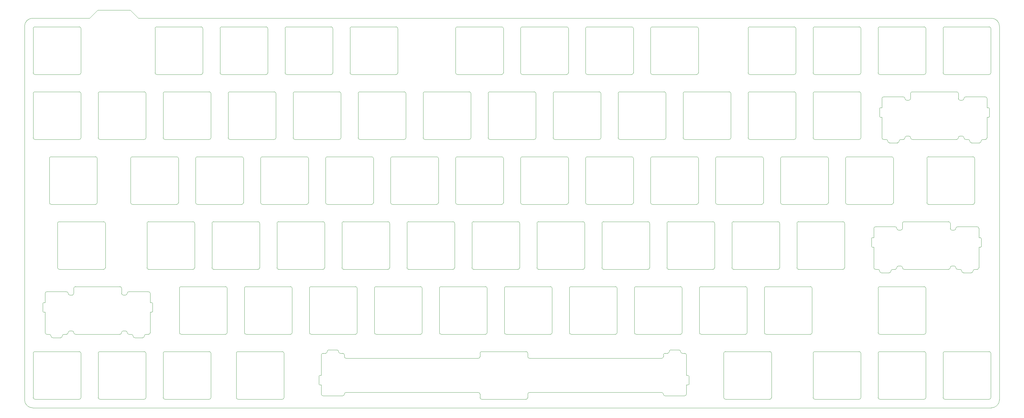
<source format=gm1>
G04 #@! TF.GenerationSoftware,KiCad,Pcbnew,(6.0.5-0)*
G04 #@! TF.CreationDate,2022-08-17T23:37:01+09:00*
G04 #@! TF.ProjectId,top-plate,746f702d-706c-4617-9465-2e6b69636164,rev?*
G04 #@! TF.SameCoordinates,Original*
G04 #@! TF.FileFunction,Profile,NP*
%FSLAX46Y46*%
G04 Gerber Fmt 4.6, Leading zero omitted, Abs format (unit mm)*
G04 Created by KiCad (PCBNEW (6.0.5-0)) date 2022-08-17 23:37:01*
%MOMM*%
%LPD*%
G01*
G04 APERTURE LIST*
G04 #@! TA.AperFunction,Profile*
%ADD10C,0.100000*%
G04 #@! TD*
G04 APERTURE END LIST*
D10*
X40481250Y-19050000D02*
X38100000Y-21431250D01*
X302418750Y-135731250D02*
X21431250Y-135731250D01*
X50006250Y-19050000D02*
X52387500Y-21431250D01*
X40481250Y-19050000D02*
X50006250Y-19050000D01*
X304800050Y-23812500D02*
G75*
G03*
X302418750Y-21431250I-2381350J-100D01*
G01*
X19050000Y-133350000D02*
X19050000Y-23812500D01*
X52387500Y-21431250D02*
X302418750Y-21431250D01*
X21431250Y-21431250D02*
X38100000Y-21431250D01*
X21431250Y-21431250D02*
G75*
G03*
X19050000Y-23812500I0J-2381250D01*
G01*
X19050000Y-133350000D02*
G75*
G03*
X21431250Y-135731250I2381250J0D01*
G01*
X304800000Y-23812500D02*
X304800000Y-133350000D01*
X302418750Y-135731200D02*
G75*
G03*
X304800000Y-133350000I-50J2381300D01*
G01*
X283225000Y-119706250D02*
X283225000Y-132706250D01*
X269225000Y-119706250D02*
X269225000Y-132697174D01*
X269725000Y-133197174D02*
X282725000Y-133206250D01*
X269725000Y-119206250D02*
X282725000Y-119206250D01*
X269725000Y-119206250D02*
G75*
G03*
X269225000Y-119706250I1J-500001D01*
G01*
X269225000Y-132697174D02*
G75*
G03*
X269725000Y-133197174I500001J1D01*
G01*
X282725000Y-133206250D02*
G75*
G03*
X283225000Y-132706250I0J500000D01*
G01*
X283225000Y-119706250D02*
G75*
G03*
X282725000Y-119206250I-500000J0D01*
G01*
X224481250Y-119206250D02*
X237481250Y-119206250D01*
X223981250Y-119706250D02*
X223981250Y-132697174D01*
X237981250Y-119706250D02*
X237981250Y-132706250D01*
X224481250Y-133197174D02*
X237481250Y-133206250D01*
X224481250Y-119206250D02*
G75*
G03*
X223981250Y-119706250I1J-500001D01*
G01*
X237981250Y-119706250D02*
G75*
G03*
X237481250Y-119206250I-500000J0D01*
G01*
X223981250Y-132697174D02*
G75*
G03*
X224481250Y-133197174I500001J1D01*
G01*
X237481250Y-133206250D02*
G75*
G03*
X237981250Y-132706250I0J500000D01*
G01*
X97487500Y-100656250D02*
X97487500Y-113656250D01*
X83487500Y-100656250D02*
X83487500Y-113647174D01*
X83987500Y-100156250D02*
X96987500Y-100156250D01*
X83987500Y-114147174D02*
X96987500Y-114156250D01*
X83487500Y-113647174D02*
G75*
G03*
X83987500Y-114147174I500001J1D01*
G01*
X83987500Y-100156250D02*
G75*
G03*
X83487500Y-100656250I1J-500001D01*
G01*
X96987500Y-114156250D02*
G75*
G03*
X97487500Y-113656250I0J500000D01*
G01*
X97487500Y-100656250D02*
G75*
G03*
X96987500Y-100156250I-500000J0D01*
G01*
X93512500Y-81106250D02*
X106512500Y-81106250D01*
X93512500Y-95097174D02*
X106512500Y-95106250D01*
X107012500Y-81606250D02*
X107012500Y-94606250D01*
X93012500Y-81606250D02*
X93012500Y-94597174D01*
X106512500Y-95106250D02*
G75*
G03*
X107012500Y-94606250I0J500000D01*
G01*
X93512500Y-81106250D02*
G75*
G03*
X93012500Y-81606250I1J-500001D01*
G01*
X93012500Y-94597174D02*
G75*
G03*
X93512500Y-95097174I500001J1D01*
G01*
X107012500Y-81606250D02*
G75*
G03*
X106512500Y-81106250I-500000J0D01*
G01*
X173975000Y-43506250D02*
X173975000Y-56497174D01*
X174475000Y-56997174D02*
X187475000Y-57006250D01*
X187975000Y-43506250D02*
X187975000Y-56506250D01*
X174475000Y-43006250D02*
X187475000Y-43006250D01*
X187475000Y-57006250D02*
G75*
G03*
X187975000Y-56506250I0J500000D01*
G01*
X173975000Y-56497174D02*
G75*
G03*
X174475000Y-56997174I500001J1D01*
G01*
X174475000Y-43006250D02*
G75*
G03*
X173975000Y-43506250I1J-500001D01*
G01*
X187975000Y-43506250D02*
G75*
G03*
X187475000Y-43006250I-500000J0D01*
G01*
X231125000Y-43506250D02*
X231125000Y-56497174D01*
X231625000Y-56997174D02*
X244625000Y-57006250D01*
X231625000Y-43006250D02*
X244625000Y-43006250D01*
X245125000Y-43506250D02*
X245125000Y-56506250D01*
X245125000Y-43506250D02*
G75*
G03*
X244625000Y-43006250I-500000J0D01*
G01*
X244625000Y-57006250D02*
G75*
G03*
X245125000Y-56506250I0J500000D01*
G01*
X231625000Y-43006250D02*
G75*
G03*
X231125000Y-43506250I1J-500001D01*
G01*
X231125000Y-56497174D02*
G75*
G03*
X231625000Y-56997174I500001J1D01*
G01*
X288775000Y-37947174D02*
X301775000Y-37956250D01*
X288775000Y-23956250D02*
X301775000Y-23956250D01*
X288275000Y-24456250D02*
X288275000Y-37447174D01*
X302275000Y-24456250D02*
X302275000Y-37456250D01*
X288275000Y-37447174D02*
G75*
G03*
X288775000Y-37947174I500001J1D01*
G01*
X301775000Y-37956250D02*
G75*
G03*
X302275000Y-37456250I0J500000D01*
G01*
X288775000Y-23956250D02*
G75*
G03*
X288275000Y-24456250I1J-500001D01*
G01*
X302275000Y-24456250D02*
G75*
G03*
X301775000Y-23956250I-500000J0D01*
G01*
X288775000Y-133197174D02*
X301775000Y-133206250D01*
X288275000Y-119706250D02*
X288275000Y-132697174D01*
X302275000Y-119706250D02*
X302275000Y-132706250D01*
X288775000Y-119206250D02*
X301775000Y-119206250D01*
X301775000Y-133206250D02*
G75*
G03*
X302275000Y-132706250I0J500000D01*
G01*
X288275000Y-132697174D02*
G75*
G03*
X288775000Y-133197174I500001J1D01*
G01*
X288775000Y-119206250D02*
G75*
G03*
X288275000Y-119706250I1J-500001D01*
G01*
X302275000Y-119706250D02*
G75*
G03*
X301775000Y-119206250I-500000J0D01*
G01*
X98275000Y-56997174D02*
X111275000Y-57006250D01*
X98275000Y-43006250D02*
X111275000Y-43006250D01*
X97775000Y-43506250D02*
X97775000Y-56497174D01*
X111775000Y-43506250D02*
X111775000Y-56506250D01*
X98275000Y-43006250D02*
G75*
G03*
X97775000Y-43506250I1J-500001D01*
G01*
X111775000Y-43506250D02*
G75*
G03*
X111275000Y-43006250I-500000J0D01*
G01*
X111275000Y-57006250D02*
G75*
G03*
X111775000Y-56506250I0J500000D01*
G01*
X97775000Y-56497174D02*
G75*
G03*
X98275000Y-56997174I500001J1D01*
G01*
X128443750Y-24456250D02*
X128443750Y-37456250D01*
X114943750Y-37947174D02*
X127943750Y-37956250D01*
X114443750Y-24456250D02*
X114443750Y-37447174D01*
X114943750Y-23956250D02*
X127943750Y-23956250D01*
X128443750Y-24456250D02*
G75*
G03*
X127943750Y-23956250I-500000J0D01*
G01*
X114443750Y-37447174D02*
G75*
G03*
X114943750Y-37947174I500001J1D01*
G01*
X114943750Y-23956250D02*
G75*
G03*
X114443750Y-24456250I1J-500001D01*
G01*
X127943750Y-37956250D02*
G75*
G03*
X128443750Y-37456250I0J500000D01*
G01*
X102250000Y-62556250D02*
X102250000Y-75556250D01*
X88750000Y-62056250D02*
X101750000Y-62056250D01*
X88750000Y-76047174D02*
X101750000Y-76056250D01*
X88250000Y-62556250D02*
X88250000Y-75547174D01*
X102250000Y-62556250D02*
G75*
G03*
X101750000Y-62056250I-500000J0D01*
G01*
X88750000Y-62056250D02*
G75*
G03*
X88250000Y-62556250I1J-500001D01*
G01*
X101750000Y-76056250D02*
G75*
G03*
X102250000Y-75556250I0J500000D01*
G01*
X88250000Y-75547174D02*
G75*
G03*
X88750000Y-76047174I500001J1D01*
G01*
X230837500Y-100656250D02*
X230837500Y-113656250D01*
X217337500Y-100156250D02*
X230337500Y-100156250D01*
X217337500Y-114147174D02*
X230337500Y-114156250D01*
X216837500Y-100656250D02*
X216837500Y-113647174D01*
X230837500Y-100656250D02*
G75*
G03*
X230337500Y-100156250I-500000J0D01*
G01*
X217337500Y-100156250D02*
G75*
G03*
X216837500Y-100656250I1J-500001D01*
G01*
X216837500Y-113647174D02*
G75*
G03*
X217337500Y-114147174I500001J1D01*
G01*
X230337500Y-114156250D02*
G75*
G03*
X230837500Y-113656250I0J500000D01*
G01*
X71293750Y-24456250D02*
X71293750Y-37456250D01*
X57793750Y-37947174D02*
X70793750Y-37956250D01*
X57293750Y-24456250D02*
X57293750Y-37447174D01*
X57793750Y-23956250D02*
X70793750Y-23956250D01*
X70793750Y-37956250D02*
G75*
G03*
X71293750Y-37456250I0J500000D01*
G01*
X57793750Y-23956250D02*
G75*
G03*
X57293750Y-24456250I1J-500001D01*
G01*
X57293750Y-37447174D02*
G75*
G03*
X57793750Y-37947174I500001J1D01*
G01*
X71293750Y-24456250D02*
G75*
G03*
X70793750Y-23956250I-500000J0D01*
G01*
X168925000Y-43506250D02*
X168925000Y-56506250D01*
X155425000Y-56997174D02*
X168425000Y-57006250D01*
X155425000Y-43006250D02*
X168425000Y-43006250D01*
X154925000Y-43506250D02*
X154925000Y-56497174D01*
X168925000Y-43506250D02*
G75*
G03*
X168425000Y-43006250I-500000J0D01*
G01*
X155425000Y-43006250D02*
G75*
G03*
X154925000Y-43506250I1J-500001D01*
G01*
X154925000Y-56497174D02*
G75*
G03*
X155425000Y-56997174I500001J1D01*
G01*
X168425000Y-57006250D02*
G75*
G03*
X168925000Y-56506250I0J500000D01*
G01*
X154637500Y-100656250D02*
X154637500Y-113656250D01*
X141137500Y-100156250D02*
X154137500Y-100156250D01*
X140637500Y-100656250D02*
X140637500Y-113647174D01*
X141137500Y-114147174D02*
X154137500Y-114156250D01*
X141137500Y-100156250D02*
G75*
G03*
X140637500Y-100656250I1J-500001D01*
G01*
X154137500Y-114156250D02*
G75*
G03*
X154637500Y-113656250I0J500000D01*
G01*
X154637500Y-100656250D02*
G75*
G03*
X154137500Y-100156250I-500000J0D01*
G01*
X140637500Y-113647174D02*
G75*
G03*
X141137500Y-114147174I500001J1D01*
G01*
X226862500Y-81106250D02*
X239862500Y-81106250D01*
X226362500Y-81606250D02*
X226362500Y-94597174D01*
X226862500Y-95097174D02*
X239862500Y-95106250D01*
X240362500Y-81606250D02*
X240362500Y-94606250D01*
X226362500Y-94597174D02*
G75*
G03*
X226862500Y-95097174I500001J1D01*
G01*
X226862500Y-81106250D02*
G75*
G03*
X226362500Y-81606250I1J-500001D01*
G01*
X239862500Y-95106250D02*
G75*
G03*
X240362500Y-94606250I0J500000D01*
G01*
X240362500Y-81606250D02*
G75*
G03*
X239862500Y-81106250I-500000J0D01*
G01*
X264175000Y-119706250D02*
X264175000Y-132706250D01*
X250175000Y-119706250D02*
X250175000Y-132697174D01*
X250675000Y-133197174D02*
X263675000Y-133206250D01*
X250675000Y-119206250D02*
X263675000Y-119206250D01*
X264175000Y-119706250D02*
G75*
G03*
X263675000Y-119206250I-500000J0D01*
G01*
X250175000Y-132697174D02*
G75*
G03*
X250675000Y-133197174I500001J1D01*
G01*
X250675000Y-119206250D02*
G75*
G03*
X250175000Y-119706250I1J-500001D01*
G01*
X263675000Y-133206250D02*
G75*
G03*
X264175000Y-132706250I0J500000D01*
G01*
X183212500Y-81606250D02*
X183212500Y-94606250D01*
X169712500Y-95097174D02*
X182712500Y-95106250D01*
X169712500Y-81106250D02*
X182712500Y-81106250D01*
X169212500Y-81606250D02*
X169212500Y-94597174D01*
X169212500Y-94597174D02*
G75*
G03*
X169712500Y-95097174I500001J1D01*
G01*
X169712500Y-81106250D02*
G75*
G03*
X169212500Y-81606250I1J-500001D01*
G01*
X182712500Y-95106250D02*
G75*
G03*
X183212500Y-94606250I0J500000D01*
G01*
X183212500Y-81606250D02*
G75*
G03*
X182712500Y-81106250I-500000J0D01*
G01*
X231625000Y-23956250D02*
X244625000Y-23956250D01*
X231125000Y-24456250D02*
X231125000Y-37447174D01*
X245125000Y-24456250D02*
X245125000Y-37456250D01*
X231625000Y-37947174D02*
X244625000Y-37956250D01*
X244625000Y-37956250D02*
G75*
G03*
X245125000Y-37456250I0J500000D01*
G01*
X231125000Y-37447174D02*
G75*
G03*
X231625000Y-37947174I500001J1D01*
G01*
X231625000Y-23956250D02*
G75*
G03*
X231125000Y-24456250I1J-500001D01*
G01*
X245125000Y-24456250D02*
G75*
G03*
X244625000Y-23956250I-500000J0D01*
G01*
X145900000Y-76047174D02*
X158900000Y-76056250D01*
X145900000Y-62056250D02*
X158900000Y-62056250D01*
X145400000Y-62556250D02*
X145400000Y-75547174D01*
X159400000Y-62556250D02*
X159400000Y-75556250D01*
X145900000Y-62056250D02*
G75*
G03*
X145400000Y-62556250I1J-500001D01*
G01*
X158900000Y-76056250D02*
G75*
G03*
X159400000Y-75556250I0J500000D01*
G01*
X145400000Y-75547174D02*
G75*
G03*
X145900000Y-76047174I500001J1D01*
G01*
X159400000Y-62556250D02*
G75*
G03*
X158900000Y-62056250I-500000J0D01*
G01*
X275218749Y-94106237D02*
X275868749Y-94106237D01*
X299268749Y-88606237D02*
X298768749Y-88606237D01*
X270193749Y-96106237D02*
X272493749Y-96106237D01*
X267468749Y-88606237D02*
X267968749Y-88606237D01*
X298768749Y-83106237D02*
X298768749Y-85806237D01*
X299468749Y-86006237D02*
X299468749Y-88406237D01*
X290368749Y-81606237D02*
X290368749Y-83106237D01*
X267268749Y-86006237D02*
X267268749Y-88406237D01*
X267468749Y-85806237D02*
X267968749Y-85806237D01*
X291518749Y-83606237D02*
X290868749Y-83606237D01*
X267968749Y-88606237D02*
X267968749Y-94606237D01*
X275218749Y-83606237D02*
X275868749Y-83606237D01*
X298268749Y-82606237D02*
X292518749Y-82606237D01*
X299268749Y-85806237D02*
X298768749Y-85806237D01*
X296543749Y-96106237D02*
X294243749Y-96106237D01*
X268468749Y-82606237D02*
X274218749Y-82606237D01*
X291518749Y-94106237D02*
X290868749Y-94106237D01*
X298268749Y-95106237D02*
X297543749Y-95106237D01*
X298768749Y-88606237D02*
X298768749Y-94606237D01*
X293243749Y-95106237D02*
X292518749Y-95106237D01*
X276868749Y-81106237D02*
X289868749Y-81106237D01*
X276368749Y-81606237D02*
X276368749Y-83106237D01*
X273493749Y-95106237D02*
X274218749Y-95106237D01*
X276868749Y-95106237D02*
X289868749Y-95106237D01*
X268468749Y-95106237D02*
X269193749Y-95106237D01*
X267968749Y-83106237D02*
X267968749Y-85806237D01*
X291518749Y-83606249D02*
G75*
G03*
X292018749Y-83106237I1J499999D01*
G01*
X299468763Y-86006237D02*
G75*
G03*
X299268749Y-85806237I-200013J-13D01*
G01*
X269693749Y-95606237D02*
G75*
G03*
X270193749Y-96106237I500001J1D01*
G01*
X269693749Y-95606237D02*
G75*
G03*
X269193749Y-95106237I-500001J-1D01*
G01*
X292018763Y-94606237D02*
G75*
G03*
X291518749Y-94106237I-500013J-13D01*
G01*
X273493749Y-95106237D02*
G75*
G03*
X272993749Y-95606237I1J-500001D01*
G01*
X267968749Y-94606237D02*
G75*
G03*
X268468749Y-95106237I500001J1D01*
G01*
X267468749Y-85806237D02*
G75*
G03*
X267268749Y-86006237I1J-200001D01*
G01*
X276368749Y-94606237D02*
G75*
G03*
X275868749Y-94106237I-500001J-1D01*
G01*
X292018763Y-94606237D02*
G75*
G03*
X292518749Y-95106237I499987J-13D01*
G01*
X267268749Y-88406237D02*
G75*
G03*
X267468749Y-88606237I200001J1D01*
G01*
X274218749Y-95106237D02*
G75*
G03*
X274718749Y-94606237I-1J500001D01*
G01*
X275868749Y-83606237D02*
G75*
G03*
X276368749Y-83106237I-1J500001D01*
G01*
X276368749Y-94606237D02*
G75*
G03*
X276868749Y-95106237I500001J1D01*
G01*
X289868749Y-95106249D02*
G75*
G03*
X290368749Y-94606237I1J499999D01*
G01*
X293743763Y-95606237D02*
G75*
G03*
X293243749Y-95106237I-500013J-13D01*
G01*
X290368763Y-81606237D02*
G75*
G03*
X289868749Y-81106237I-500013J-13D01*
G01*
X298768763Y-83106237D02*
G75*
G03*
X298268749Y-82606237I-500013J-13D01*
G01*
X272493749Y-96106237D02*
G75*
G03*
X272993749Y-95606237I-1J500001D01*
G01*
X276868749Y-81106237D02*
G75*
G03*
X276368749Y-81606237I1J-500001D01*
G01*
X293743763Y-95606237D02*
G75*
G03*
X294243749Y-96106237I499987J-13D01*
G01*
X274718749Y-83106237D02*
G75*
G03*
X274218749Y-82606237I-500001J-1D01*
G01*
X292518749Y-82606249D02*
G75*
G03*
X292018749Y-83106237I1J-500001D01*
G01*
X290368763Y-83106237D02*
G75*
G03*
X290868749Y-83606237I499987J-13D01*
G01*
X290868749Y-94106249D02*
G75*
G03*
X290368749Y-94606237I1J-500001D01*
G01*
X275218749Y-94106237D02*
G75*
G03*
X274718749Y-94606237I1J-500001D01*
G01*
X274718749Y-83106237D02*
G75*
G03*
X275218749Y-83606237I500001J1D01*
G01*
X299268749Y-88606249D02*
G75*
G03*
X299468749Y-88406237I1J199999D01*
G01*
X297543749Y-95106249D02*
G75*
G03*
X297043749Y-95606237I1J-500001D01*
G01*
X268468749Y-82606237D02*
G75*
G03*
X267968749Y-83106237I1J-500001D01*
G01*
X296543749Y-96106249D02*
G75*
G03*
X297043749Y-95606237I1J499999D01*
G01*
X298268749Y-95106249D02*
G75*
G03*
X298768749Y-94606237I1J499999D01*
G01*
X164162500Y-81606250D02*
X164162500Y-94606250D01*
X150162500Y-81606250D02*
X150162500Y-94597174D01*
X150662500Y-81106250D02*
X163662500Y-81106250D01*
X150662500Y-95097174D02*
X163662500Y-95106250D01*
X150162500Y-94597174D02*
G75*
G03*
X150662500Y-95097174I500001J1D01*
G01*
X164162500Y-81606250D02*
G75*
G03*
X163662500Y-81106250I-500000J0D01*
G01*
X163662500Y-95106250D02*
G75*
G03*
X164162500Y-94606250I0J500000D01*
G01*
X150662500Y-81106250D02*
G75*
G03*
X150162500Y-81606250I1J-500001D01*
G01*
X92725000Y-43506250D02*
X92725000Y-56506250D01*
X79225000Y-43006250D02*
X92225000Y-43006250D01*
X78725000Y-43506250D02*
X78725000Y-56497174D01*
X79225000Y-56997174D02*
X92225000Y-57006250D01*
X92225000Y-57006250D02*
G75*
G03*
X92725000Y-56506250I0J500000D01*
G01*
X78725000Y-56497174D02*
G75*
G03*
X79225000Y-56997174I500001J1D01*
G01*
X92725000Y-43506250D02*
G75*
G03*
X92225000Y-43006250I-500000J0D01*
G01*
X79225000Y-43006250D02*
G75*
G03*
X78725000Y-43506250I1J-500001D01*
G01*
X21575000Y-24456250D02*
X21575000Y-37447174D01*
X22075000Y-37947174D02*
X35075000Y-37956250D01*
X35575000Y-24456250D02*
X35575000Y-37456250D01*
X22075000Y-23956250D02*
X35075000Y-23956250D01*
X35575000Y-24456250D02*
G75*
G03*
X35075000Y-23956250I-500000J0D01*
G01*
X22075000Y-23956250D02*
G75*
G03*
X21575000Y-24456250I1J-500001D01*
G01*
X35075000Y-37956250D02*
G75*
G03*
X35575000Y-37456250I0J500000D01*
G01*
X21575000Y-37447174D02*
G75*
G03*
X22075000Y-37947174I500001J1D01*
G01*
X95893750Y-37947174D02*
X108893750Y-37956250D01*
X95893750Y-23956250D02*
X108893750Y-23956250D01*
X95393750Y-24456250D02*
X95393750Y-37447174D01*
X109393750Y-24456250D02*
X109393750Y-37456250D01*
X108893750Y-37956250D02*
G75*
G03*
X109393750Y-37456250I0J500000D01*
G01*
X109393750Y-24456250D02*
G75*
G03*
X108893750Y-23956250I-500000J0D01*
G01*
X95393750Y-37447174D02*
G75*
G03*
X95893750Y-37947174I500001J1D01*
G01*
X95893750Y-23956250D02*
G75*
G03*
X95393750Y-24456250I1J-500001D01*
G01*
X60175000Y-119206250D02*
X73175000Y-119206250D01*
X59675000Y-119706250D02*
X59675000Y-132697174D01*
X60175000Y-133197174D02*
X73175000Y-133206250D01*
X73675000Y-119706250D02*
X73675000Y-132706250D01*
X73675000Y-119706250D02*
G75*
G03*
X73175000Y-119206250I-500000J0D01*
G01*
X59675000Y-132697174D02*
G75*
G03*
X60175000Y-133197174I500001J1D01*
G01*
X60175000Y-119206250D02*
G75*
G03*
X59675000Y-119706250I1J-500001D01*
G01*
X73175000Y-133206250D02*
G75*
G03*
X73675000Y-132706250I0J500000D01*
G01*
X26837500Y-76047174D02*
X39837500Y-76056250D01*
X26837500Y-62056250D02*
X39837500Y-62056250D01*
X40337500Y-62556250D02*
X40337500Y-75556250D01*
X26337500Y-62556250D02*
X26337500Y-75547174D01*
X26337500Y-75547174D02*
G75*
G03*
X26837500Y-76047174I500001J1D01*
G01*
X40337500Y-62556250D02*
G75*
G03*
X39837500Y-62056250I-500000J0D01*
G01*
X39837500Y-76056250D02*
G75*
G03*
X40337500Y-75556250I0J500000D01*
G01*
X26837500Y-62056250D02*
G75*
G03*
X26337500Y-62556250I1J-500001D01*
G01*
X126850000Y-62056250D02*
X139850000Y-62056250D01*
X140350000Y-62556250D02*
X140350000Y-75556250D01*
X126350000Y-62556250D02*
X126350000Y-75547174D01*
X126850000Y-76047174D02*
X139850000Y-76056250D01*
X140350000Y-62556250D02*
G75*
G03*
X139850000Y-62056250I-500000J0D01*
G01*
X126350000Y-75547174D02*
G75*
G03*
X126850000Y-76047174I500001J1D01*
G01*
X139850000Y-76056250D02*
G75*
G03*
X140350000Y-75556250I0J500000D01*
G01*
X126850000Y-62056250D02*
G75*
G03*
X126350000Y-62556250I1J-500001D01*
G01*
X81606250Y-133197174D02*
X94606250Y-133206250D01*
X81106250Y-119706250D02*
X81106250Y-132697174D01*
X95106250Y-119706250D02*
X95106250Y-132706250D01*
X81606250Y-119206250D02*
X94606250Y-119206250D01*
X81106250Y-132697174D02*
G75*
G03*
X81606250Y-133197174I500001J1D01*
G01*
X94606250Y-133206250D02*
G75*
G03*
X95106250Y-132706250I0J500000D01*
G01*
X95106250Y-119706250D02*
G75*
G03*
X94606250Y-119206250I-500000J0D01*
G01*
X81606250Y-119206250D02*
G75*
G03*
X81106250Y-119706250I1J-500001D01*
G01*
X112562500Y-81106250D02*
X125562500Y-81106250D01*
X112562500Y-95097174D02*
X125562500Y-95106250D01*
X112062500Y-81606250D02*
X112062500Y-94597174D01*
X126062500Y-81606250D02*
X126062500Y-94606250D01*
X125562500Y-95106250D02*
G75*
G03*
X126062500Y-94606250I0J500000D01*
G01*
X112562500Y-81106250D02*
G75*
G03*
X112062500Y-81606250I1J-500001D01*
G01*
X112062500Y-94597174D02*
G75*
G03*
X112562500Y-95097174I500001J1D01*
G01*
X126062500Y-81606250D02*
G75*
G03*
X125562500Y-81106250I-500000J0D01*
G01*
X29218750Y-81106250D02*
X42218750Y-81106250D01*
X28718750Y-81606250D02*
X28718750Y-94597174D01*
X42718750Y-81606250D02*
X42718750Y-94606250D01*
X29218750Y-95097174D02*
X42218750Y-95106250D01*
X29218750Y-81106250D02*
G75*
G03*
X28718750Y-81606250I1J-500001D01*
G01*
X42718750Y-81606250D02*
G75*
G03*
X42218750Y-81106250I-500000J0D01*
G01*
X28718750Y-94597174D02*
G75*
G03*
X29218750Y-95097174I500001J1D01*
G01*
X42218750Y-95106250D02*
G75*
G03*
X42718750Y-94606250I0J500000D01*
G01*
X184000000Y-76047174D02*
X197000000Y-76056250D01*
X184000000Y-62056250D02*
X197000000Y-62056250D01*
X197500000Y-62556250D02*
X197500000Y-75556250D01*
X183500000Y-62556250D02*
X183500000Y-75547174D01*
X197500000Y-62556250D02*
G75*
G03*
X197000000Y-62056250I-500000J0D01*
G01*
X197000000Y-76056250D02*
G75*
G03*
X197500000Y-75556250I0J500000D01*
G01*
X184000000Y-62056250D02*
G75*
G03*
X183500000Y-62556250I1J-500001D01*
G01*
X183500000Y-75547174D02*
G75*
G03*
X184000000Y-76047174I500001J1D01*
G01*
X152544078Y-120706243D02*
X152544078Y-119706243D01*
X212543750Y-119706250D02*
X211818750Y-119706250D01*
X166543750Y-120706250D02*
X166543750Y-119706250D01*
X210818750Y-118706250D02*
X208518750Y-118706250D01*
X112793750Y-120706250D02*
X112793750Y-120206250D01*
X213743750Y-128806250D02*
X213743750Y-126406250D01*
X105543750Y-129006250D02*
X106043750Y-129006250D01*
X152043750Y-131206250D02*
X113293750Y-131206250D01*
X212543750Y-132206250D02*
X206793750Y-132206250D01*
X207518750Y-119706250D02*
X206793750Y-119706250D01*
X205793750Y-121206250D02*
X167043750Y-121206250D01*
X152044078Y-121206243D02*
X113293750Y-121206250D01*
X213543750Y-129006250D02*
X213043750Y-129006250D01*
X213043750Y-126206250D02*
X213043750Y-120206250D01*
X105543750Y-126206250D02*
X106043750Y-126206250D01*
X106043750Y-126206250D02*
X106043750Y-120206250D01*
X111568750Y-119706250D02*
X112293750Y-119706250D01*
X213043750Y-131706250D02*
X213043750Y-129006250D01*
X108268750Y-118706250D02*
X110568750Y-118706250D01*
X213543750Y-126206250D02*
X213043750Y-126206250D01*
X205793750Y-131206250D02*
X167043750Y-131206250D01*
X152543750Y-132706250D02*
X152543750Y-131706250D01*
X105343750Y-128806250D02*
X105343750Y-126406250D01*
X206293750Y-120206250D02*
X206293750Y-120706250D01*
X106543750Y-119706250D02*
X107268750Y-119706250D01*
X166543750Y-132706250D02*
X166543750Y-131706250D01*
X166043750Y-133206250D02*
X153043750Y-133206250D01*
X106543750Y-132206250D02*
X112293750Y-132206250D01*
X106043750Y-131706250D02*
X106043750Y-129006250D01*
X166043750Y-119206250D02*
X153044078Y-119206243D01*
X106043750Y-131706250D02*
G75*
G03*
X106543750Y-132206250I500000J0D01*
G01*
X152044078Y-121206238D02*
G75*
G03*
X152544078Y-120706243I42J499958D01*
G01*
X111068750Y-119206250D02*
G75*
G03*
X111568750Y-119706250I500000J0D01*
G01*
X112793750Y-120706250D02*
G75*
G03*
X113293750Y-121206250I500000J0D01*
G01*
X207518750Y-119706250D02*
G75*
G03*
X208018750Y-119206250I-1J500001D01*
G01*
X211318750Y-119206250D02*
G75*
G03*
X211818750Y-119706250I500001J1D01*
G01*
X206793750Y-119706250D02*
G75*
G03*
X206293750Y-120206250I1J-500001D01*
G01*
X112293750Y-132206250D02*
G75*
G03*
X112793750Y-131706250I0J500000D01*
G01*
X213743750Y-126406250D02*
G75*
G03*
X213543750Y-126206250I-200001J-1D01*
G01*
X205793750Y-121206250D02*
G75*
G03*
X206293750Y-120706250I-1J500001D01*
G01*
X206293750Y-131706250D02*
G75*
G03*
X206793750Y-132206250I500001J1D01*
G01*
X105543750Y-126206250D02*
G75*
G03*
X105343750Y-126406250I0J-200000D01*
G01*
X108268750Y-118706250D02*
G75*
G03*
X107768750Y-119206250I0J-500000D01*
G01*
X111068750Y-119206250D02*
G75*
G03*
X110568750Y-118706250I-500000J0D01*
G01*
X166543750Y-120706250D02*
G75*
G03*
X167043750Y-121206250I500001J1D01*
G01*
X211318750Y-119206250D02*
G75*
G03*
X210818750Y-118706250I-500001J-1D01*
G01*
X208518750Y-118706250D02*
G75*
G03*
X208018750Y-119206250I1J-500001D01*
G01*
X166043750Y-133206250D02*
G75*
G03*
X166543750Y-132706250I-1J500001D01*
G01*
X112793750Y-120206250D02*
G75*
G03*
X112293750Y-119706250I-500000J0D01*
G01*
X106543750Y-119706250D02*
G75*
G03*
X106043750Y-120206250I0J-500000D01*
G01*
X105343750Y-128806250D02*
G75*
G03*
X105543750Y-129006250I200000J0D01*
G01*
X113293750Y-131206250D02*
G75*
G03*
X112793750Y-131706250I0J-500000D01*
G01*
X152543750Y-131706250D02*
G75*
G03*
X152043750Y-131206250I-500000J0D01*
G01*
X152543750Y-132706250D02*
G75*
G03*
X153043750Y-133206250I500000J0D01*
G01*
X213543750Y-129006250D02*
G75*
G03*
X213743750Y-128806250I-1J200001D01*
G01*
X213043750Y-120206250D02*
G75*
G03*
X212543750Y-119706250I-500001J-1D01*
G01*
X167043750Y-131206250D02*
G75*
G03*
X166543750Y-131706250I1J-500001D01*
G01*
X153044078Y-119206238D02*
G75*
G03*
X152544078Y-119706243I42J-500042D01*
G01*
X107268750Y-119706250D02*
G75*
G03*
X107768750Y-119206250I0J500000D01*
G01*
X212543750Y-132206250D02*
G75*
G03*
X213043750Y-131706250I-1J500001D01*
G01*
X206293750Y-131706250D02*
G75*
G03*
X205793750Y-131206250I-500001J-1D01*
G01*
X166543750Y-119706250D02*
G75*
G03*
X166043750Y-119206250I-500001J-1D01*
G01*
X259412500Y-81606250D02*
X259412500Y-94606250D01*
X245412500Y-81606250D02*
X245412500Y-94597174D01*
X245912500Y-95097174D02*
X258912500Y-95106250D01*
X245912500Y-81106250D02*
X258912500Y-81106250D01*
X259412500Y-81606250D02*
G75*
G03*
X258912500Y-81106250I-500000J0D01*
G01*
X245412500Y-94597174D02*
G75*
G03*
X245912500Y-95097174I500001J1D01*
G01*
X245912500Y-81106250D02*
G75*
G03*
X245412500Y-81606250I1J-500001D01*
G01*
X258912500Y-95106250D02*
G75*
G03*
X259412500Y-94606250I0J500000D01*
G01*
X69200000Y-62556250D02*
X69200000Y-75547174D01*
X83200000Y-62556250D02*
X83200000Y-75556250D01*
X69700000Y-62056250D02*
X82700000Y-62056250D01*
X69700000Y-76047174D02*
X82700000Y-76056250D01*
X69200000Y-75547174D02*
G75*
G03*
X69700000Y-76047174I500001J1D01*
G01*
X82700000Y-76056250D02*
G75*
G03*
X83200000Y-75556250I0J500000D01*
G01*
X69700000Y-62056250D02*
G75*
G03*
X69200000Y-62556250I1J-500001D01*
G01*
X83200000Y-62556250D02*
G75*
G03*
X82700000Y-62056250I-500000J0D01*
G01*
X131112500Y-81606250D02*
X131112500Y-94597174D01*
X131612500Y-95097174D02*
X144612500Y-95106250D01*
X145112500Y-81606250D02*
X145112500Y-94606250D01*
X131612500Y-81106250D02*
X144612500Y-81106250D01*
X144612500Y-95106250D02*
G75*
G03*
X145112500Y-94606250I0J500000D01*
G01*
X131112500Y-94597174D02*
G75*
G03*
X131612500Y-95097174I500001J1D01*
G01*
X145112500Y-81606250D02*
G75*
G03*
X144612500Y-81106250I-500000J0D01*
G01*
X131612500Y-81106250D02*
G75*
G03*
X131112500Y-81606250I1J-500001D01*
G01*
X197787500Y-100656250D02*
X197787500Y-113647174D01*
X211787500Y-100656250D02*
X211787500Y-113656250D01*
X198287500Y-100156250D02*
X211287500Y-100156250D01*
X198287500Y-114147174D02*
X211287500Y-114156250D01*
X198287500Y-100156250D02*
G75*
G03*
X197787500Y-100656250I1J-500001D01*
G01*
X197787500Y-113647174D02*
G75*
G03*
X198287500Y-114147174I500001J1D01*
G01*
X211287500Y-114156250D02*
G75*
G03*
X211787500Y-113656250I0J500000D01*
G01*
X211787500Y-100656250D02*
G75*
G03*
X211287500Y-100156250I-500000J0D01*
G01*
X179237500Y-114147174D02*
X192237500Y-114156250D01*
X179237500Y-100156250D02*
X192237500Y-100156250D01*
X192737500Y-100656250D02*
X192737500Y-113656250D01*
X178737500Y-100656250D02*
X178737500Y-113647174D01*
X179237500Y-100156250D02*
G75*
G03*
X178737500Y-100656250I1J-500001D01*
G01*
X192237500Y-114156250D02*
G75*
G03*
X192737500Y-113656250I0J500000D01*
G01*
X192737500Y-100656250D02*
G75*
G03*
X192237500Y-100156250I-500000J0D01*
G01*
X178737500Y-113647174D02*
G75*
G03*
X179237500Y-114147174I500001J1D01*
G01*
X21575000Y-119706250D02*
X21575000Y-132697174D01*
X35575000Y-119706250D02*
X35575000Y-132706250D01*
X22075000Y-133197174D02*
X35075000Y-133206250D01*
X22075000Y-119206250D02*
X35075000Y-119206250D01*
X21575000Y-132697174D02*
G75*
G03*
X22075000Y-133197174I500001J1D01*
G01*
X35075000Y-133206250D02*
G75*
G03*
X35575000Y-132706250I0J500000D01*
G01*
X35575000Y-119706250D02*
G75*
G03*
X35075000Y-119206250I-500000J0D01*
G01*
X22075000Y-119206250D02*
G75*
G03*
X21575000Y-119706250I1J-500001D01*
G01*
X269225000Y-100656250D02*
X269225000Y-113647174D01*
X283225000Y-100656250D02*
X283225000Y-113656250D01*
X269725000Y-100156250D02*
X282725000Y-100156250D01*
X269725000Y-114147174D02*
X282725000Y-114156250D01*
X282725000Y-114156250D02*
G75*
G03*
X283225000Y-113656250I0J500000D01*
G01*
X269225000Y-113647174D02*
G75*
G03*
X269725000Y-114147174I500001J1D01*
G01*
X283225000Y-100656250D02*
G75*
G03*
X282725000Y-100156250I-500000J0D01*
G01*
X269725000Y-100156250D02*
G75*
G03*
X269225000Y-100656250I1J-500001D01*
G01*
X90343750Y-24456250D02*
X90343750Y-37456250D01*
X76343750Y-24456250D02*
X76343750Y-37447174D01*
X76843750Y-23956250D02*
X89843750Y-23956250D01*
X76843750Y-37947174D02*
X89843750Y-37956250D01*
X89843750Y-37956250D02*
G75*
G03*
X90343750Y-37456250I0J500000D01*
G01*
X90343750Y-24456250D02*
G75*
G03*
X89843750Y-23956250I-500000J0D01*
G01*
X76343750Y-37447174D02*
G75*
G03*
X76843750Y-37947174I500001J1D01*
G01*
X76843750Y-23956250D02*
G75*
G03*
X76343750Y-24456250I1J-500001D01*
G01*
X222100000Y-62056250D02*
X235100000Y-62056250D01*
X222100000Y-76047174D02*
X235100000Y-76056250D01*
X221600000Y-62556250D02*
X221600000Y-75547174D01*
X235600000Y-62556250D02*
X235600000Y-75556250D01*
X235600000Y-62556250D02*
G75*
G03*
X235100000Y-62056250I-500000J0D01*
G01*
X222100000Y-62056250D02*
G75*
G03*
X221600000Y-62556250I1J-500001D01*
G01*
X221600000Y-75547174D02*
G75*
G03*
X222100000Y-76047174I500001J1D01*
G01*
X235100000Y-76056250D02*
G75*
G03*
X235600000Y-75556250I0J500000D01*
G01*
X260200000Y-76047174D02*
X273200000Y-76056250D01*
X260200000Y-62056250D02*
X273200000Y-62056250D01*
X273700000Y-62556250D02*
X273700000Y-75556250D01*
X259700000Y-62556250D02*
X259700000Y-75547174D01*
X260200000Y-62056250D02*
G75*
G03*
X259700000Y-62556250I1J-500001D01*
G01*
X273200000Y-76056250D02*
G75*
G03*
X273700000Y-75556250I0J500000D01*
G01*
X273700000Y-62556250D02*
G75*
G03*
X273200000Y-62056250I-500000J0D01*
G01*
X259700000Y-75547174D02*
G75*
G03*
X260200000Y-76047174I500001J1D01*
G01*
X164950000Y-23956250D02*
X177950000Y-23956250D01*
X178450000Y-24456250D02*
X178450000Y-37456250D01*
X164450000Y-24456250D02*
X164450000Y-37447174D01*
X164950000Y-37947174D02*
X177950000Y-37956250D01*
X177950000Y-37956250D02*
G75*
G03*
X178450000Y-37456250I0J500000D01*
G01*
X164450000Y-37447174D02*
G75*
G03*
X164950000Y-37947174I500001J1D01*
G01*
X178450000Y-24456250D02*
G75*
G03*
X177950000Y-23956250I-500000J0D01*
G01*
X164950000Y-23956250D02*
G75*
G03*
X164450000Y-24456250I1J-500001D01*
G01*
X193525000Y-43006250D02*
X206525000Y-43006250D01*
X207025000Y-43506250D02*
X207025000Y-56506250D01*
X193525000Y-56997174D02*
X206525000Y-57006250D01*
X193025000Y-43506250D02*
X193025000Y-56497174D01*
X193525000Y-43006250D02*
G75*
G03*
X193025000Y-43506250I1J-500001D01*
G01*
X207025000Y-43506250D02*
G75*
G03*
X206525000Y-43006250I-500000J0D01*
G01*
X193025000Y-56497174D02*
G75*
G03*
X193525000Y-56997174I500001J1D01*
G01*
X206525000Y-57006250D02*
G75*
G03*
X207025000Y-56506250I0J500000D01*
G01*
X202262500Y-81606250D02*
X202262500Y-94606250D01*
X188762500Y-81106250D02*
X201762500Y-81106250D01*
X188262500Y-81606250D02*
X188262500Y-94597174D01*
X188762500Y-95097174D02*
X201762500Y-95106250D01*
X202262500Y-81606250D02*
G75*
G03*
X201762500Y-81106250I-500000J0D01*
G01*
X188262500Y-94597174D02*
G75*
G03*
X188762500Y-95097174I500001J1D01*
G01*
X201762500Y-95106250D02*
G75*
G03*
X202262500Y-94606250I0J500000D01*
G01*
X188762500Y-81106250D02*
G75*
G03*
X188262500Y-81606250I1J-500001D01*
G01*
X207312500Y-81606250D02*
X207312500Y-94597174D01*
X207812500Y-81106250D02*
X220812500Y-81106250D01*
X221312500Y-81606250D02*
X221312500Y-94606250D01*
X207812500Y-95097174D02*
X220812500Y-95106250D01*
X220812500Y-95106250D02*
G75*
G03*
X221312500Y-94606250I0J500000D01*
G01*
X207312500Y-94597174D02*
G75*
G03*
X207812500Y-95097174I500001J1D01*
G01*
X221312500Y-81606250D02*
G75*
G03*
X220812500Y-81106250I-500000J0D01*
G01*
X207812500Y-81106250D02*
G75*
G03*
X207312500Y-81606250I1J-500001D01*
G01*
X212575000Y-56997174D02*
X225575000Y-57006250D01*
X226075000Y-43506250D02*
X226075000Y-56506250D01*
X212075000Y-43506250D02*
X212075000Y-56497174D01*
X212575000Y-43006250D02*
X225575000Y-43006250D01*
X212075000Y-56497174D02*
G75*
G03*
X212575000Y-56997174I500001J1D01*
G01*
X225575000Y-57006250D02*
G75*
G03*
X226075000Y-56506250I0J500000D01*
G01*
X226075000Y-43506250D02*
G75*
G03*
X225575000Y-43006250I-500000J0D01*
G01*
X212575000Y-43006250D02*
G75*
G03*
X212075000Y-43506250I1J-500001D01*
G01*
X64937500Y-114147174D02*
X77937500Y-114156250D01*
X64437500Y-100656250D02*
X64437500Y-113647174D01*
X64937500Y-100156250D02*
X77937500Y-100156250D01*
X78437500Y-100656250D02*
X78437500Y-113656250D01*
X64437500Y-113647174D02*
G75*
G03*
X64937500Y-114147174I500001J1D01*
G01*
X77937500Y-114156250D02*
G75*
G03*
X78437500Y-113656250I0J500000D01*
G01*
X78437500Y-100656250D02*
G75*
G03*
X77937500Y-100156250I-500000J0D01*
G01*
X64937500Y-100156250D02*
G75*
G03*
X64437500Y-100656250I1J-500001D01*
G01*
X121587500Y-100656250D02*
X121587500Y-113647174D01*
X135587500Y-100656250D02*
X135587500Y-113656250D01*
X122087500Y-114147174D02*
X135087500Y-114156250D01*
X122087500Y-100156250D02*
X135087500Y-100156250D01*
X135587500Y-100656250D02*
G75*
G03*
X135087500Y-100156250I-500000J0D01*
G01*
X122087500Y-100156250D02*
G75*
G03*
X121587500Y-100656250I1J-500001D01*
G01*
X135087500Y-114156250D02*
G75*
G03*
X135587500Y-113656250I0J500000D01*
G01*
X121587500Y-113647174D02*
G75*
G03*
X122087500Y-114147174I500001J1D01*
G01*
X269725000Y-23956250D02*
X282725000Y-23956250D01*
X283225000Y-24456250D02*
X283225000Y-37456250D01*
X269225000Y-24456250D02*
X269225000Y-37447174D01*
X269725000Y-37947174D02*
X282725000Y-37956250D01*
X269225000Y-37447174D02*
G75*
G03*
X269725000Y-37947174I500001J1D01*
G01*
X269725000Y-23956250D02*
G75*
G03*
X269225000Y-24456250I1J-500001D01*
G01*
X282725000Y-37956250D02*
G75*
G03*
X283225000Y-37456250I0J500000D01*
G01*
X283225000Y-24456250D02*
G75*
G03*
X282725000Y-23956250I-500000J0D01*
G01*
X22075000Y-56997174D02*
X35075000Y-57006250D01*
X21575000Y-43506250D02*
X21575000Y-56497174D01*
X22075000Y-43006250D02*
X35075000Y-43006250D01*
X35575000Y-43506250D02*
X35575000Y-56506250D01*
X35575000Y-43506250D02*
G75*
G03*
X35075000Y-43006250I-500000J0D01*
G01*
X35075000Y-57006250D02*
G75*
G03*
X35575000Y-56506250I0J500000D01*
G01*
X21575000Y-56497174D02*
G75*
G03*
X22075000Y-56997174I500001J1D01*
G01*
X22075000Y-43006250D02*
G75*
G03*
X21575000Y-43506250I1J-500001D01*
G01*
X54912500Y-81606250D02*
X54912500Y-94597174D01*
X68912500Y-81606250D02*
X68912500Y-94606250D01*
X55412500Y-81106250D02*
X68412500Y-81106250D01*
X55412500Y-95097174D02*
X68412500Y-95106250D01*
X68912500Y-81606250D02*
G75*
G03*
X68412500Y-81106250I-500000J0D01*
G01*
X54912500Y-94597174D02*
G75*
G03*
X55412500Y-95097174I500001J1D01*
G01*
X55412500Y-81106250D02*
G75*
G03*
X54912500Y-81606250I1J-500001D01*
G01*
X68412500Y-95106250D02*
G75*
G03*
X68912500Y-94606250I0J500000D01*
G01*
X284012500Y-62056250D02*
X297012500Y-62056250D01*
X283512500Y-62556250D02*
X283512500Y-75547174D01*
X284012500Y-76047174D02*
X297012500Y-76056250D01*
X297512500Y-62556250D02*
X297512500Y-75556250D01*
X297512500Y-62556250D02*
G75*
G03*
X297012500Y-62056250I-500000J0D01*
G01*
X297012500Y-76056250D02*
G75*
G03*
X297512500Y-75556250I0J500000D01*
G01*
X284012500Y-62056250D02*
G75*
G03*
X283512500Y-62556250I1J-500001D01*
G01*
X283512500Y-75547174D02*
G75*
G03*
X284012500Y-76047174I500001J1D01*
G01*
X107800000Y-62056250D02*
X120800000Y-62056250D01*
X107800000Y-76047174D02*
X120800000Y-76056250D01*
X107300000Y-62556250D02*
X107300000Y-75547174D01*
X121300000Y-62556250D02*
X121300000Y-75556250D01*
X107300000Y-75547174D02*
G75*
G03*
X107800000Y-76047174I500001J1D01*
G01*
X121300000Y-62556250D02*
G75*
G03*
X120800000Y-62056250I-500000J0D01*
G01*
X120800000Y-76056250D02*
G75*
G03*
X121300000Y-75556250I0J500000D01*
G01*
X107800000Y-62056250D02*
G75*
G03*
X107300000Y-62556250I1J-500001D01*
G01*
X59675000Y-43506250D02*
X59675000Y-56497174D01*
X73675000Y-43506250D02*
X73675000Y-56506250D01*
X60175000Y-43006250D02*
X73175000Y-43006250D01*
X60175000Y-56997174D02*
X73175000Y-57006250D01*
X59675000Y-56497174D02*
G75*
G03*
X60175000Y-56997174I500001J1D01*
G01*
X73175000Y-57006250D02*
G75*
G03*
X73675000Y-56506250I0J500000D01*
G01*
X73675000Y-43506250D02*
G75*
G03*
X73175000Y-43006250I-500000J0D01*
G01*
X60175000Y-43006250D02*
G75*
G03*
X59675000Y-43506250I1J-500001D01*
G01*
X173687500Y-100656250D02*
X173687500Y-113656250D01*
X160187500Y-100156250D02*
X173187500Y-100156250D01*
X159687500Y-100656250D02*
X159687500Y-113647174D01*
X160187500Y-114147174D02*
X173187500Y-114156250D01*
X159687500Y-113647174D02*
G75*
G03*
X160187500Y-114147174I500001J1D01*
G01*
X160187500Y-100156250D02*
G75*
G03*
X159687500Y-100656250I1J-500001D01*
G01*
X173187500Y-114156250D02*
G75*
G03*
X173687500Y-113656250I0J500000D01*
G01*
X173687500Y-100656250D02*
G75*
G03*
X173187500Y-100156250I-500000J0D01*
G01*
X145900000Y-37947174D02*
X158900000Y-37956250D01*
X145900000Y-23956250D02*
X158900000Y-23956250D01*
X145400000Y-24456250D02*
X145400000Y-37447174D01*
X159400000Y-24456250D02*
X159400000Y-37456250D01*
X145900000Y-23956250D02*
G75*
G03*
X145400000Y-24456250I1J-500001D01*
G01*
X145400000Y-37447174D02*
G75*
G03*
X145900000Y-37947174I500001J1D01*
G01*
X158900000Y-37956250D02*
G75*
G03*
X159400000Y-37456250I0J500000D01*
G01*
X159400000Y-24456250D02*
G75*
G03*
X158900000Y-23956250I-500000J0D01*
G01*
X184000000Y-23956250D02*
X197000000Y-23956250D01*
X197500000Y-24456250D02*
X197500000Y-37456250D01*
X184000000Y-37947174D02*
X197000000Y-37956250D01*
X183500000Y-24456250D02*
X183500000Y-37447174D01*
X184000000Y-23956250D02*
G75*
G03*
X183500000Y-24456250I1J-500001D01*
G01*
X197000000Y-37956250D02*
G75*
G03*
X197500000Y-37456250I0J500000D01*
G01*
X197500000Y-24456250D02*
G75*
G03*
X197000000Y-23956250I-500000J0D01*
G01*
X183500000Y-37447174D02*
G75*
G03*
X184000000Y-37947174I500001J1D01*
G01*
X55881249Y-107656237D02*
X55881249Y-113656237D01*
X50356249Y-114156237D02*
X49631249Y-114156237D01*
X25081249Y-107656237D02*
X25081249Y-113656237D01*
X56381249Y-104856237D02*
X55881249Y-104856237D01*
X32331249Y-102656237D02*
X32981249Y-102656237D01*
X48631249Y-102656237D02*
X47981249Y-102656237D01*
X55881249Y-102156237D02*
X55881249Y-104856237D01*
X55381249Y-101656237D02*
X49631249Y-101656237D01*
X24581249Y-107656237D02*
X25081249Y-107656237D01*
X47481249Y-100656237D02*
X47481249Y-102156237D01*
X48631249Y-113156237D02*
X47981249Y-113156237D01*
X24581249Y-104856237D02*
X25081249Y-104856237D01*
X55381249Y-114156237D02*
X54656249Y-114156237D01*
X33981249Y-114156237D02*
X46981249Y-114156237D01*
X33481249Y-100656237D02*
X33481249Y-102156237D01*
X56581249Y-105056237D02*
X56581249Y-107456237D01*
X25581249Y-114156237D02*
X26306249Y-114156237D01*
X24381249Y-105056237D02*
X24381249Y-107456237D01*
X56381249Y-107656237D02*
X55881249Y-107656237D01*
X27306249Y-115156237D02*
X29606249Y-115156237D01*
X25081249Y-102156237D02*
X25081249Y-104856237D01*
X25581249Y-101656237D02*
X31331249Y-101656237D01*
X32331249Y-113156237D02*
X32981249Y-113156237D01*
X33981249Y-100156237D02*
X46981249Y-100156237D01*
X53656249Y-115156237D02*
X51356249Y-115156237D01*
X30606249Y-114156237D02*
X31331249Y-114156237D01*
X49131263Y-113656237D02*
G75*
G03*
X48631249Y-113156237I-500013J-13D01*
G01*
X31831249Y-102156237D02*
G75*
G03*
X32331249Y-102656237I500001J1D01*
G01*
X50856263Y-114656237D02*
G75*
G03*
X50356249Y-114156237I-500013J-13D01*
G01*
X31831249Y-102156237D02*
G75*
G03*
X31331249Y-101656237I-500001J-1D01*
G01*
X55381249Y-114156249D02*
G75*
G03*
X55881249Y-113656237I1J499999D01*
G01*
X49631249Y-101656249D02*
G75*
G03*
X49131249Y-102156237I1J-500001D01*
G01*
X26806249Y-114656237D02*
G75*
G03*
X26306249Y-114156237I-500001J-1D01*
G01*
X33981249Y-100156237D02*
G75*
G03*
X33481249Y-100656237I1J-500001D01*
G01*
X46981249Y-114156249D02*
G75*
G03*
X47481249Y-113656237I1J499999D01*
G01*
X56581263Y-105056237D02*
G75*
G03*
X56381249Y-104856237I-200013J-13D01*
G01*
X29606249Y-115156237D02*
G75*
G03*
X30106249Y-114656237I-1J500001D01*
G01*
X25581249Y-101656237D02*
G75*
G03*
X25081249Y-102156237I1J-500001D01*
G01*
X33481249Y-113656237D02*
G75*
G03*
X32981249Y-113156237I-500001J-1D01*
G01*
X30606249Y-114156237D02*
G75*
G03*
X30106249Y-114656237I1J-500001D01*
G01*
X24581249Y-104856237D02*
G75*
G03*
X24381249Y-105056237I1J-200001D01*
G01*
X47481263Y-100656237D02*
G75*
G03*
X46981249Y-100156237I-500013J-13D01*
G01*
X55881263Y-102156237D02*
G75*
G03*
X55381249Y-101656237I-500013J-13D01*
G01*
X56381249Y-107656249D02*
G75*
G03*
X56581249Y-107456237I1J199999D01*
G01*
X49131263Y-113656237D02*
G75*
G03*
X49631249Y-114156237I499987J-13D01*
G01*
X24381249Y-107456237D02*
G75*
G03*
X24581249Y-107656237I200001J1D01*
G01*
X31331249Y-114156237D02*
G75*
G03*
X31831249Y-113656237I-1J500001D01*
G01*
X53656249Y-115156249D02*
G75*
G03*
X54156249Y-114656237I1J499999D01*
G01*
X50856263Y-114656237D02*
G75*
G03*
X51356249Y-115156237I499987J-13D01*
G01*
X48631249Y-102656249D02*
G75*
G03*
X49131249Y-102156237I1J499999D01*
G01*
X25081249Y-113656237D02*
G75*
G03*
X25581249Y-114156237I500001J1D01*
G01*
X47981249Y-113156249D02*
G75*
G03*
X47481249Y-113656237I1J-500001D01*
G01*
X33481249Y-113656237D02*
G75*
G03*
X33981249Y-114156237I500001J1D01*
G01*
X47481263Y-102156237D02*
G75*
G03*
X47981249Y-102656237I499987J-13D01*
G01*
X32981249Y-102656237D02*
G75*
G03*
X33481249Y-102156237I-1J500001D01*
G01*
X26806249Y-114656237D02*
G75*
G03*
X27306249Y-115156237I500001J1D01*
G01*
X54656249Y-114156249D02*
G75*
G03*
X54156249Y-114656237I1J-500001D01*
G01*
X32331249Y-113156237D02*
G75*
G03*
X31831249Y-113656237I1J-500001D01*
G01*
X269850000Y-47706250D02*
X270350000Y-47706250D01*
X301850000Y-47906250D02*
X301850000Y-50306250D01*
X279250000Y-43006250D02*
X292250000Y-43006250D01*
X293900000Y-45506250D02*
X293250000Y-45506250D01*
X301650000Y-50506250D02*
X301150000Y-50506250D01*
X279250000Y-57006250D02*
X292250000Y-57006250D01*
X272575000Y-58006250D02*
X274875000Y-58006250D01*
X292750000Y-43506250D02*
X292750000Y-45006250D01*
X270850000Y-57006250D02*
X271575000Y-57006250D01*
X301650000Y-47706250D02*
X301150000Y-47706250D01*
X301150000Y-45006250D02*
X301150000Y-47706250D01*
X270350000Y-50506250D02*
X270350000Y-56506250D01*
X277600000Y-56006250D02*
X278250000Y-56006250D01*
X269850000Y-50506250D02*
X270350000Y-50506250D01*
X301150000Y-50506250D02*
X301150000Y-56506250D01*
X275875000Y-57006250D02*
X276600000Y-57006250D01*
X277600000Y-45506250D02*
X278250000Y-45506250D01*
X270350000Y-45006250D02*
X270350000Y-47706250D01*
X270850000Y-44506250D02*
X276600000Y-44506250D01*
X293900000Y-56006250D02*
X293250000Y-56006250D01*
X295625000Y-57006250D02*
X294900000Y-57006250D01*
X298925000Y-58006250D02*
X296625000Y-58006250D01*
X300650000Y-44506250D02*
X294900000Y-44506250D01*
X278750000Y-43506250D02*
X278750000Y-45006250D01*
X300650000Y-57006250D02*
X299925000Y-57006250D01*
X269650000Y-47906250D02*
X269650000Y-50306250D01*
X292250000Y-57006250D02*
G75*
G03*
X292750000Y-56506250I0J500000D01*
G01*
X300650000Y-57006250D02*
G75*
G03*
X301150000Y-56506250I0J500000D01*
G01*
X296125000Y-57506250D02*
G75*
G03*
X296625000Y-58006250I500000J0D01*
G01*
X294400000Y-56506250D02*
G75*
G03*
X294900000Y-57006250I500000J0D01*
G01*
X301850000Y-47906250D02*
G75*
G03*
X301650000Y-47706250I-200000J0D01*
G01*
X270350000Y-56506250D02*
G75*
G03*
X270850000Y-57006250I500001J1D01*
G01*
X293250000Y-56006250D02*
G75*
G03*
X292750000Y-56506250I0J-500000D01*
G01*
X272075000Y-57506250D02*
G75*
G03*
X271575000Y-57006250I-500001J-1D01*
G01*
X270850000Y-44506250D02*
G75*
G03*
X270350000Y-45006250I1J-500001D01*
G01*
X269650000Y-50306250D02*
G75*
G03*
X269850000Y-50506250I200001J1D01*
G01*
X294900000Y-44506250D02*
G75*
G03*
X294400000Y-45006250I0J-500000D01*
G01*
X272075000Y-57506250D02*
G75*
G03*
X272575000Y-58006250I500001J1D01*
G01*
X275875000Y-57006250D02*
G75*
G03*
X275375000Y-57506250I1J-500001D01*
G01*
X278250000Y-45506250D02*
G75*
G03*
X278750000Y-45006250I-1J500001D01*
G01*
X278750000Y-56506250D02*
G75*
G03*
X279250000Y-57006250I500001J1D01*
G01*
X301650000Y-50506250D02*
G75*
G03*
X301850000Y-50306250I0J200000D01*
G01*
X277600000Y-56006250D02*
G75*
G03*
X277100000Y-56506250I1J-500001D01*
G01*
X278750000Y-56506250D02*
G75*
G03*
X278250000Y-56006250I-500001J-1D01*
G01*
X293900000Y-45506250D02*
G75*
G03*
X294400000Y-45006250I0J500000D01*
G01*
X294400000Y-56506250D02*
G75*
G03*
X293900000Y-56006250I-500000J0D01*
G01*
X277100000Y-45006250D02*
G75*
G03*
X277600000Y-45506250I500001J1D01*
G01*
X269850000Y-47706250D02*
G75*
G03*
X269650000Y-47906250I1J-200001D01*
G01*
X279250000Y-43006250D02*
G75*
G03*
X278750000Y-43506250I1J-500001D01*
G01*
X296125000Y-57506250D02*
G75*
G03*
X295625000Y-57006250I-500000J0D01*
G01*
X277100000Y-45006250D02*
G75*
G03*
X276600000Y-44506250I-500001J-1D01*
G01*
X276600000Y-57006250D02*
G75*
G03*
X277100000Y-56506250I-1J500001D01*
G01*
X292750000Y-43506250D02*
G75*
G03*
X292250000Y-43006250I-500000J0D01*
G01*
X292750000Y-45006250D02*
G75*
G03*
X293250000Y-45506250I500000J0D01*
G01*
X298925000Y-58006250D02*
G75*
G03*
X299425000Y-57506250I0J500000D01*
G01*
X274875000Y-58006250D02*
G75*
G03*
X275375000Y-57506250I-1J500001D01*
G01*
X301150000Y-45006250D02*
G75*
G03*
X300650000Y-44506250I-500000J0D01*
G01*
X299925000Y-57006250D02*
G75*
G03*
X299425000Y-57506250I0J-500000D01*
G01*
X164450000Y-62556250D02*
X164450000Y-75547174D01*
X178450000Y-62556250D02*
X178450000Y-75556250D01*
X164950000Y-62056250D02*
X177950000Y-62056250D01*
X164950000Y-76047174D02*
X177950000Y-76056250D01*
X178450000Y-62556250D02*
G75*
G03*
X177950000Y-62056250I-500000J0D01*
G01*
X164950000Y-62056250D02*
G75*
G03*
X164450000Y-62556250I1J-500001D01*
G01*
X177950000Y-76056250D02*
G75*
G03*
X178450000Y-75556250I0J500000D01*
G01*
X164450000Y-75547174D02*
G75*
G03*
X164950000Y-76047174I500001J1D01*
G01*
X54625000Y-119706250D02*
X54625000Y-132706250D01*
X40625000Y-119706250D02*
X40625000Y-132697174D01*
X41125000Y-119206250D02*
X54125000Y-119206250D01*
X41125000Y-133197174D02*
X54125000Y-133206250D01*
X54625000Y-119706250D02*
G75*
G03*
X54125000Y-119206250I-500000J0D01*
G01*
X54125000Y-133206250D02*
G75*
G03*
X54625000Y-132706250I0J500000D01*
G01*
X41125000Y-119206250D02*
G75*
G03*
X40625000Y-119706250I1J-500001D01*
G01*
X40625000Y-132697174D02*
G75*
G03*
X41125000Y-133197174I500001J1D01*
G01*
X149875000Y-43506250D02*
X149875000Y-56506250D01*
X136375000Y-56997174D02*
X149375000Y-57006250D01*
X136375000Y-43006250D02*
X149375000Y-43006250D01*
X135875000Y-43506250D02*
X135875000Y-56497174D01*
X149875000Y-43506250D02*
G75*
G03*
X149375000Y-43006250I-500000J0D01*
G01*
X135875000Y-56497174D02*
G75*
G03*
X136375000Y-56997174I500001J1D01*
G01*
X149375000Y-57006250D02*
G75*
G03*
X149875000Y-56506250I0J500000D01*
G01*
X136375000Y-43006250D02*
G75*
G03*
X135875000Y-43506250I1J-500001D01*
G01*
X250175000Y-24456250D02*
X250175000Y-37447174D01*
X250675000Y-37947174D02*
X263675000Y-37956250D01*
X250675000Y-23956250D02*
X263675000Y-23956250D01*
X264175000Y-24456250D02*
X264175000Y-37456250D01*
X250175000Y-37447174D02*
G75*
G03*
X250675000Y-37947174I500001J1D01*
G01*
X264175000Y-24456250D02*
G75*
G03*
X263675000Y-23956250I-500000J0D01*
G01*
X263675000Y-37956250D02*
G75*
G03*
X264175000Y-37456250I0J500000D01*
G01*
X250675000Y-23956250D02*
G75*
G03*
X250175000Y-24456250I1J-500001D01*
G01*
X50150000Y-62556250D02*
X50150000Y-75547174D01*
X50650000Y-62056250D02*
X63650000Y-62056250D01*
X50650000Y-76047174D02*
X63650000Y-76056250D01*
X64150000Y-62556250D02*
X64150000Y-75556250D01*
X63650000Y-76056250D02*
G75*
G03*
X64150000Y-75556250I0J500000D01*
G01*
X50150000Y-75547174D02*
G75*
G03*
X50650000Y-76047174I500001J1D01*
G01*
X50650000Y-62056250D02*
G75*
G03*
X50150000Y-62556250I1J-500001D01*
G01*
X64150000Y-62556250D02*
G75*
G03*
X63650000Y-62056250I-500000J0D01*
G01*
X236387500Y-100156250D02*
X249387500Y-100156250D01*
X236387500Y-114147174D02*
X249387500Y-114156250D01*
X249887500Y-100656250D02*
X249887500Y-113656250D01*
X235887500Y-100656250D02*
X235887500Y-113647174D01*
X249887500Y-100656250D02*
G75*
G03*
X249387500Y-100156250I-500000J0D01*
G01*
X235887500Y-113647174D02*
G75*
G03*
X236387500Y-114147174I500001J1D01*
G01*
X249387500Y-114156250D02*
G75*
G03*
X249887500Y-113656250I0J500000D01*
G01*
X236387500Y-100156250D02*
G75*
G03*
X235887500Y-100656250I1J-500001D01*
G01*
X203050000Y-76047174D02*
X216050000Y-76056250D01*
X203050000Y-62056250D02*
X216050000Y-62056250D01*
X216550000Y-62556250D02*
X216550000Y-75556250D01*
X202550000Y-62556250D02*
X202550000Y-75547174D01*
X216550000Y-62556250D02*
G75*
G03*
X216050000Y-62056250I-500000J0D01*
G01*
X202550000Y-75547174D02*
G75*
G03*
X203050000Y-76047174I500001J1D01*
G01*
X216050000Y-76056250D02*
G75*
G03*
X216550000Y-75556250I0J500000D01*
G01*
X203050000Y-62056250D02*
G75*
G03*
X202550000Y-62556250I1J-500001D01*
G01*
X241150000Y-62056250D02*
X254150000Y-62056250D01*
X240650000Y-62556250D02*
X240650000Y-75547174D01*
X254650000Y-62556250D02*
X254650000Y-75556250D01*
X241150000Y-76047174D02*
X254150000Y-76056250D01*
X241150000Y-62056250D02*
G75*
G03*
X240650000Y-62556250I1J-500001D01*
G01*
X254150000Y-76056250D02*
G75*
G03*
X254650000Y-75556250I0J500000D01*
G01*
X240650000Y-75547174D02*
G75*
G03*
X241150000Y-76047174I500001J1D01*
G01*
X254650000Y-62556250D02*
G75*
G03*
X254150000Y-62056250I-500000J0D01*
G01*
X41125000Y-43006250D02*
X54125000Y-43006250D01*
X41125000Y-56997174D02*
X54125000Y-57006250D01*
X40625000Y-43506250D02*
X40625000Y-56497174D01*
X54625000Y-43506250D02*
X54625000Y-56506250D01*
X41125000Y-43006250D02*
G75*
G03*
X40625000Y-43506250I1J-500001D01*
G01*
X40625000Y-56497174D02*
G75*
G03*
X41125000Y-56997174I500001J1D01*
G01*
X54625000Y-43506250D02*
G75*
G03*
X54125000Y-43006250I-500000J0D01*
G01*
X54125000Y-57006250D02*
G75*
G03*
X54625000Y-56506250I0J500000D01*
G01*
X203050000Y-37947174D02*
X216050000Y-37956250D01*
X203050000Y-23956250D02*
X216050000Y-23956250D01*
X202550000Y-24456250D02*
X202550000Y-37447174D01*
X216550000Y-24456250D02*
X216550000Y-37456250D01*
X202550000Y-37447174D02*
G75*
G03*
X203050000Y-37947174I500001J1D01*
G01*
X216050000Y-37956250D02*
G75*
G03*
X216550000Y-37456250I0J500000D01*
G01*
X216550000Y-24456250D02*
G75*
G03*
X216050000Y-23956250I-500000J0D01*
G01*
X203050000Y-23956250D02*
G75*
G03*
X202550000Y-24456250I1J-500001D01*
G01*
X117325000Y-43006250D02*
X130325000Y-43006250D01*
X116825000Y-43506250D02*
X116825000Y-56497174D01*
X117325000Y-56997174D02*
X130325000Y-57006250D01*
X130825000Y-43506250D02*
X130825000Y-56506250D01*
X117325000Y-43006250D02*
G75*
G03*
X116825000Y-43506250I1J-500001D01*
G01*
X116825000Y-56497174D02*
G75*
G03*
X117325000Y-56997174I500001J1D01*
G01*
X130325000Y-57006250D02*
G75*
G03*
X130825000Y-56506250I0J500000D01*
G01*
X130825000Y-43506250D02*
G75*
G03*
X130325000Y-43006250I-500000J0D01*
G01*
X264175000Y-43506250D02*
X264175000Y-56506250D01*
X250175000Y-43506250D02*
X250175000Y-56497174D01*
X250675000Y-43006250D02*
X263675000Y-43006250D01*
X250675000Y-56997174D02*
X263675000Y-57006250D01*
X264175000Y-43506250D02*
G75*
G03*
X263675000Y-43006250I-500000J0D01*
G01*
X250175000Y-56497174D02*
G75*
G03*
X250675000Y-56997174I500001J1D01*
G01*
X250675000Y-43006250D02*
G75*
G03*
X250175000Y-43506250I1J-500001D01*
G01*
X263675000Y-57006250D02*
G75*
G03*
X264175000Y-56506250I0J500000D01*
G01*
X73962500Y-81606250D02*
X73962500Y-94597174D01*
X87962500Y-81606250D02*
X87962500Y-94606250D01*
X74462500Y-81106250D02*
X87462500Y-81106250D01*
X74462500Y-95097174D02*
X87462500Y-95106250D01*
X73962500Y-94597174D02*
G75*
G03*
X74462500Y-95097174I500001J1D01*
G01*
X87962500Y-81606250D02*
G75*
G03*
X87462500Y-81106250I-500000J0D01*
G01*
X74462500Y-81106250D02*
G75*
G03*
X73962500Y-81606250I1J-500001D01*
G01*
X87462500Y-95106250D02*
G75*
G03*
X87962500Y-94606250I0J500000D01*
G01*
X103037500Y-100156250D02*
X116037500Y-100156250D01*
X103037500Y-114147174D02*
X116037500Y-114156250D01*
X102537500Y-100656250D02*
X102537500Y-113647174D01*
X116537500Y-100656250D02*
X116537500Y-113656250D01*
X116537500Y-100656250D02*
G75*
G03*
X116037500Y-100156250I-500000J0D01*
G01*
X103037500Y-100156250D02*
G75*
G03*
X102537500Y-100656250I1J-500001D01*
G01*
X102537500Y-113647174D02*
G75*
G03*
X103037500Y-114147174I500001J1D01*
G01*
X116037500Y-114156250D02*
G75*
G03*
X116537500Y-113656250I0J500000D01*
G01*
M02*

</source>
